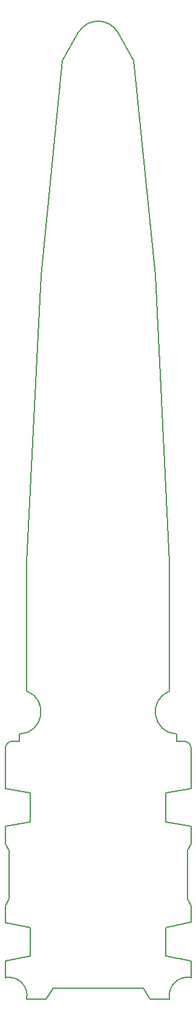
<source format=gbr>
G04 DipTrace 3.2.0.1*
G04 BoardOutline.gbr*
%MOMM*%
G04 #@! TF.FileFunction,Profile*
G04 #@! TF.Part,Single*
%ADD11C,0.14*%
%FSLAX35Y35*%
G04*
G71*
G90*
G75*
G01*
G04 BoardOutline*
%LPD*%
X-1200000Y2200000D2*
D11*
G03X-1300000Y2100000I2500J-102500D01*
G01*
Y1540000D1*
X-950000Y1475000D1*
Y1075000D1*
X-1300000Y1010000D1*
Y770000D1*
X-1250000Y670000D1*
Y0D1*
X-1301287Y-100000D1*
X-1300000Y-335000D1*
X-950000Y-400000D1*
Y-800000D1*
X-1300000Y-865000D1*
Y-1100000D1*
G02X-1000000Y-1400000I49375J-250625D01*
G01*
X-730000D1*
X-630000Y-1250000D1*
X630000D1*
X730000Y-1400000D1*
X1000000D1*
G02X1300000Y-1100000I250625J49375D01*
G01*
Y-865000D1*
X949993Y-800000D1*
X950000Y-400000D1*
X1300000Y-325000D1*
Y-100000D1*
X1250000Y0D1*
Y670000D1*
X1300000Y770000D1*
Y1010000D1*
X950000Y1075000D1*
Y1475000D1*
X1300000Y1540000D1*
Y2100000D1*
G03X1200000Y2200000I-102500J-2500D01*
G01*
X1100000D1*
X1096957Y2300000D1*
G02X1000000Y2900000I13114J309953D01*
G01*
Y4700000D1*
X800000Y8700000D1*
X500000Y11700000D1*
X270000Y12100000D1*
G03X-270000Y12100000I-270000J-168000D01*
G01*
X-500000Y11700000D1*
X-800000Y8700000D1*
X-1000000Y4700000D1*
Y2900000D1*
G02X-1100000Y2300000I-110000J-290000D01*
G01*
Y2200000D1*
X-1200000D1*
M02*

</source>
